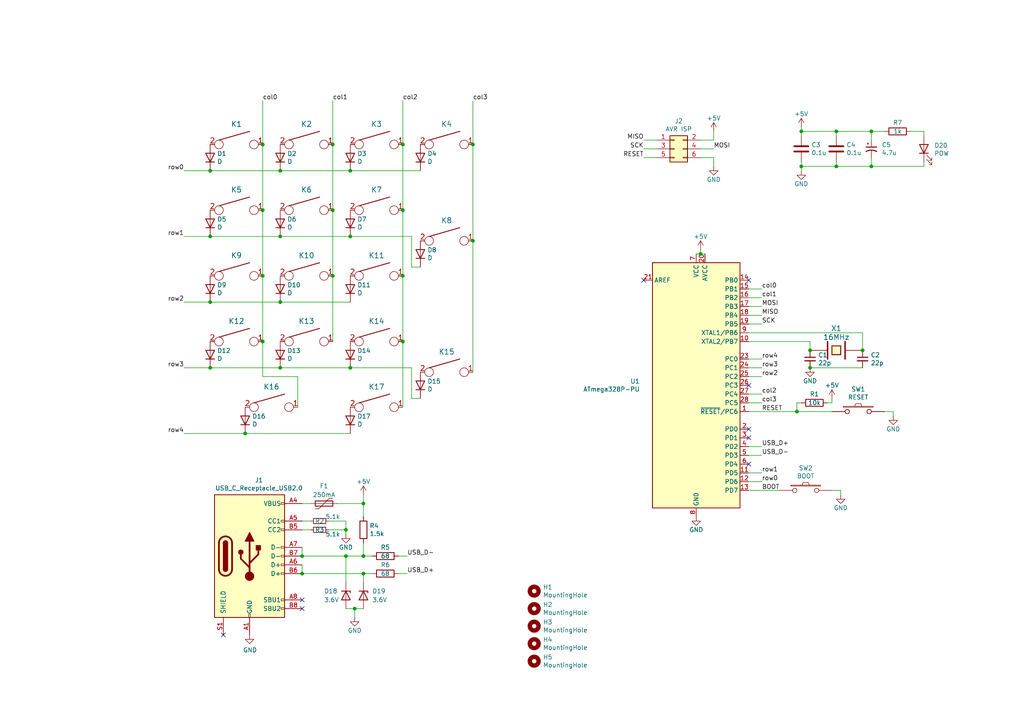
<source format=kicad_sch>
(kicad_sch (version 20211123) (generator eeschema)
  (paper "A4")
  (title_block (title "RYCpad Through-Hole Mechanical Numpad"))
  (lib_symbols
    (symbol "Connector:USB_C_Receptacle_USB2.0" (pin_names (offset 1.016))
      (property "Reference" "J" (at -10.16 19.05 0))
      (property "Value" "USB_C_Receptacle_USB2.0" (at 19.05 19.05 0))
      (symbol "USB_C_Receptacle_USB2.0_0_0"
        (rectangle (start -0.254 -17.78) (end 0.254 -16.764))
        (rectangle (start 10.16 -14.986) (end 9.144 -15.494))
        (rectangle (start 10.16 -12.446) (end 9.144 -12.954))
        (rectangle (start 10.16 -4.826) (end 9.144 -5.334))
        (rectangle (start 10.16 -2.286) (end 9.144 -2.794))
        (rectangle (start 10.16 0.254) (end 9.144 -0.254))
        (rectangle (start 10.16 2.794) (end 9.144 2.286))
        (rectangle (start 10.16 7.874) (end 9.144 7.366))
        (rectangle (start 10.16 10.414) (end 9.144 9.906))
        (rectangle (start 10.16 15.494) (end 9.144 14.986))
      )
      (symbol "USB_C_Receptacle_USB2.0_0_1"
        (rectangle (start -10.16 17.78) (end 10.16 -17.78) (stroke (width 0.254)) (fill (type background)))
        (arc (start -8.89 -3.81) (mid -6.985 -5.715) (end -5.08 -3.81) (stroke (width 0.508)))
        (arc (start -7.62 -3.81) (mid -6.985 -4.445) (end -6.35 -3.81) (stroke (width 0.254)))
        (arc (start -7.62 -3.81) (mid -6.985 -4.445) (end -6.35 -3.81) (stroke (width 0.254)) (fill (type outline)))
        (rectangle (start -7.62 -3.81) (end -6.35 3.81) (stroke (width 0.254)) (fill (type outline)))
        (arc (start -6.35 3.81) (mid -6.985 4.445) (end -7.62 3.81) (stroke (width 0.254)))
        (arc (start -6.35 3.81) (mid -6.985 4.445) (end -7.62 3.81) (stroke (width 0.254)) (fill (type outline)))
        (arc (start -5.08 3.81) (mid -6.985 5.715) (end -8.89 3.81) (stroke (width 0.508)))
        (circle (center -2.54 1.143) (radius 0.635) (stroke (width 0.254)) (fill (type outline)))
        (circle (center 0 -5.842) (radius 1.27) (fill (type outline)))
        (polyline (pts (xy -8.89 -3.81) (xy -8.89 3.81)) (stroke (width 0.508)))
        (polyline (pts (xy -5.08 3.81) (xy -5.08 -3.81)) (stroke (width 0.508)))
        (polyline (pts (xy 0 -5.842) (xy 0 4.318)) (stroke (width 0.508)))
        (polyline (pts (xy 0 -3.302) (xy -2.54 -0.762) (xy -2.54 0.508)) (stroke (width 0.508)))
        (polyline (pts (xy 0 -2.032) (xy 2.54 0.508) (xy 2.54 1.778)) (stroke (width 0.508)))
        (polyline (pts (xy -1.27 4.318) (xy 0 6.858) (xy 1.27 4.318) (xy -1.27 4.318)) (stroke (width 0.254)) (fill (type outline)))
        (rectangle (start 1.905 1.778) (end 3.175 3.048) (stroke (width 0.254)) (fill (type outline)))
      )
      (symbol "USB_C_Receptacle_USB2.0_1_1"
        (pin passive line (at 0 -22.86 90) (length 5.08) (name "GND") (number "A1"))
        (pin passive line (at 0 -22.86 90) (length 5.08) hide (name "GND") (number "A12"))
        (pin passive line (at 15.24 15.24 180) (length 5.08) (name "VBUS") (number "A4"))
        (pin bidirectional line (at 15.24 10.16 180) (length 5.08) (name "CC1") (number "A5"))
        (pin bidirectional line (at 15.24 -2.54 180) (length 5.08) (name "D+") (number "A6"))
        (pin bidirectional line (at 15.24 2.54 180) (length 5.08) (name "D-") (number "A7"))
        (pin bidirectional line (at 15.24 -12.7 180) (length 5.08) (name "SBU1") (number "A8"))
        (pin passive line (at 15.24 15.24 180) (length 5.08) hide (name "VBUS") (number "A9"))
        (pin passive line (at 0 -22.86 90) (length 5.08) hide (name "GND") (number "B1"))
        (pin passive line (at 0 -22.86 90) (length 5.08) hide (name "GND") (number "B12"))
        (pin passive line (at 15.24 15.24 180) (length 5.08) hide (name "VBUS") (number "B4"))
        (pin bidirectional line (at 15.24 7.62 180) (length 5.08) (name "CC2") (number "B5"))
        (pin bidirectional line (at 15.24 -5.08 180) (length 5.08) (name "D+") (number "B6"))
        (pin bidirectional line (at 15.24 0 180) (length 5.08) (name "D-") (number "B7"))
        (pin bidirectional line (at 15.24 -15.24 180) (length 5.08) (name "SBU2") (number "B8"))
        (pin passive line (at 15.24 15.24 180) (length 5.08) hide (name "VBUS") (number "B9"))
        (pin passive line (at -7.62 -22.86 90) (length 5.08) (name "SHIELD") (number "S1"))
      )
    )
    (symbol "Connector_Generic:Conn_02x03_Odd_Even" (pin_names (offset 1.016) hide)
      (property "Reference" "J" (at 1.27 5.08 0))
      (property "Value" "Conn_02x03_Odd_Even" (at 1.27 -5.08 0))
      (symbol "Conn_02x03_Odd_Even_1_1"
        (rectangle (start -1.27 -2.413) (end 0 -2.667) (stroke (width 0.1524)))
        (rectangle (start -1.27 0.127) (end 0 -0.127) (stroke (width 0.1524)))
        (rectangle (start -1.27 2.667) (end 0 2.413) (stroke (width 0.1524)))
        (rectangle (start -1.27 3.81) (end 3.81 -3.81) (stroke (width 0.254)) (fill (type background)))
        (rectangle (start 3.81 -2.413) (end 2.54 -2.667) (stroke (width 0.1524)))
        (rectangle (start 3.81 0.127) (end 2.54 -0.127) (stroke (width 0.1524)))
        (rectangle (start 3.81 2.667) (end 2.54 2.413) (stroke (width 0.1524)))
        (pin passive line (at -5.08 2.54 0) (length 3.81) (name "Pin_1") (number "1"))
        (pin passive line (at 7.62 2.54 180) (length 3.81) (name "Pin_2") (number "2"))
        (pin passive line (at -5.08 0 0) (length 3.81) (name "Pin_3") (number "3"))
        (pin passive line (at 7.62 0 180) (length 3.81) (name "Pin_4") (number "4"))
        (pin passive line (at -5.08 -2.54 0) (length 3.81) (name "Pin_5") (number "5"))
        (pin passive line (at 7.62 -2.54 180) (length 3.81) (name "Pin_6") (number "6"))
      )
    )
    (symbol "Device:C" (pin_numbers hide) (pin_names (offset 0.254))
      (property "Reference" "C" (at 0.635 2.54 0))
      (property "Value" "C" (at 0.635 -2.54 0))
      (symbol "C_0_1"
        (polyline (pts (xy -2.032 -0.762) (xy 2.032 -0.762)) (stroke (width 0.508)))
        (polyline (pts (xy -2.032 0.762) (xy 2.032 0.762)) (stroke (width 0.508)))
      )
      (symbol "C_1_1"
        (pin passive line (at 0 3.81 270) (length 2.794) (name "~") (number "1"))
        (pin passive line (at 0 -3.81 90) (length 2.794) (name "~") (number "2"))
      )
    )
    (symbol "Device:C_Polarized_Small_US" (pin_numbers hide) (pin_names (offset 0.254) hide)
      (property "Reference" "C" (at 0.254 1.778 0))
      (property "Value" "C_Polarized_Small_US" (at 0.254 -2.032 0))
      (symbol "C_Polarized_Small_US_0_1"
        (polyline (pts (xy -1.524 0.508) (xy 1.524 0.508)) (stroke (width 0.3048)))
        (polyline (pts (xy -1.27 1.524) (xy -0.762 1.524)))
        (polyline (pts (xy -1.016 1.27) (xy -1.016 1.778)))
        (arc (start 1.524 -0.762) (mid 0 -0.3734) (end -1.524 -0.762) (stroke (width 0.3048)))
      )
      (symbol "C_Polarized_Small_US_1_1"
        (pin passive line (at 0 2.54 270) (length 2.032) (name "~") (number "1"))
        (pin passive line (at 0 -2.54 90) (length 2.032) (name "~") (number "2"))
      )
    )
    (symbol "Device:C_Small" (pin_numbers hide) (pin_names (offset 0.254) hide)
      (property "Reference" "C" (at 0.254 1.778 0))
      (property "Value" "C_Small" (at 0.254 -2.032 0))
      (symbol "C_Small_0_1"
        (polyline (pts (xy -1.524 -0.508) (xy 1.524 -0.508)) (stroke (width 0.3302)))
        (polyline (pts (xy -1.524 0.508) (xy 1.524 0.508)) (stroke (width 0.3048)))
      )
      (symbol "C_Small_1_1"
        (pin passive line (at 0 2.54 270) (length 2.032) (name "~") (number "1"))
        (pin passive line (at 0 -2.54 90) (length 2.032) (name "~") (number "2"))
      )
    )
    (symbol "Device:D" (pin_numbers hide) (pin_names (offset 1.016) hide)
      (property "Reference" "D" (at 0 2.54 0))
      (property "Value" "D" (at 0 -2.54 0))
      (symbol "D_0_1"
        (polyline (pts (xy -1.27 1.27) (xy -1.27 -1.27)) (stroke (width 0.254)))
        (polyline (pts (xy 1.27 0) (xy -1.27 0)))
        (polyline (pts (xy 1.27 1.27) (xy 1.27 -1.27) (xy -1.27 0) (xy 1.27 1.27)) (stroke (width 0.254)))
      )
      (symbol "D_1_1"
        (pin passive line (at -3.81 0 0) (length 2.54) (name "K") (number "1"))
        (pin passive line (at 3.81 0 180) (length 2.54) (name "A") (number "2"))
      )
    )
    (symbol "Device:D_Zener" (pin_numbers hide) (pin_names (offset 1.016) hide)
      (property "Reference" "D" (at 0 2.54 0))
      (property "Value" "D_Zener" (at 0 -2.54 0))
      (symbol "D_Zener_0_1"
        (polyline (pts (xy 1.27 0) (xy -1.27 0)))
        (polyline (pts (xy -1.27 -1.27) (xy -1.27 1.27) (xy -0.762 1.27)) (stroke (width 0.254)))
        (polyline (pts (xy 1.27 -1.27) (xy 1.27 1.27) (xy -1.27 0) (xy 1.27 -1.27)) (stroke (width 0.254)))
      )
      (symbol "D_Zener_1_1"
        (pin passive line (at -3.81 0 0) (length 2.54) (name "K") (number "1"))
        (pin passive line (at 3.81 0 180) (length 2.54) (name "A") (number "2"))
      )
    )
    (symbol "Device:LED" (pin_numbers hide) (pin_names (offset 1.016) hide)
      (property "Reference" "D" (at 0 2.54 0))
      (property "Value" "LED" (at 0 -2.54 0))
      (symbol "LED_0_1"
        (polyline (pts (xy -1.27 -1.27) (xy -1.27 1.27)) (stroke (width 0.254)))
        (polyline (pts (xy -1.27 0) (xy 1.27 0)))
        (polyline (pts (xy 1.27 -1.27) (xy 1.27 1.27) (xy -1.27 0) (xy 1.27 -1.27)) (stroke (width 0.254)))
        (polyline (pts (xy -3.048 -0.762) (xy -4.572 -2.286) (xy -3.81 -2.286) (xy -4.572 -2.286) (xy -4.572 -1.524)))
        (polyline (pts (xy -1.778 -0.762) (xy -3.302 -2.286) (xy -2.54 -2.286) (xy -3.302 -2.286) (xy -3.302 -1.524)))
      )
      (symbol "LED_1_1"
        (pin passive line (at -3.81 0 0) (length 2.54) (name "K") (number "1"))
        (pin passive line (at 3.81 0 180) (length 2.54) (name "A") (number "2"))
      )
    )
    (symbol "Device:Polyfuse" (pin_numbers hide) (pin_names (offset 0))
      (property "Reference" "F" (at -2.54 0 90))
      (property "Value" "Polyfuse" (at 2.54 0 90))
      (symbol "Polyfuse_0_1"
        (rectangle (start -0.762 2.54) (end 0.762 -2.54) (stroke (width 0.254)))
        (polyline (pts (xy 0 2.54) (xy 0 -2.54)))
        (polyline (pts (xy -1.524 2.54) (xy -1.524 1.524) (xy 1.524 -1.524) (xy 1.524 -2.54)))
      )
      (symbol "Polyfuse_1_1"
        (pin passive line (at 0 3.81 270) (length 1.27) (name "~") (number "1"))
        (pin passive line (at 0 -3.81 90) (length 1.27) (name "~") (number "2"))
      )
    )
    (symbol "Device:R" (pin_numbers hide) (pin_names (offset 0))
      (property "Reference" "R" (at 2.032 0 90))
      (property "Value" "R" (at 0 0 90))
      (symbol "R_0_1"
        (rectangle (start -1.016 -2.54) (end 1.016 2.54) (stroke (width 0.254)))
      )
      (symbol "R_1_1"
        (pin passive line (at 0 3.81 270) (length 1.27) (name "~") (number "1"))
        (pin passive line (at 0 -3.81 90) (length 1.27) (name "~") (number "2"))
      )
    )
    (symbol "Device:R_Small" (pin_numbers hide) (pin_names (offset 0.254) hide)
      (property "Reference" "R" (at 0.762 0.508 0))
      (property "Value" "R_Small" (at 0.762 -1.016 0))
      (symbol "R_Small_0_1"
        (rectangle (start -0.762 1.778) (end 0.762 -1.778) (stroke (width 0.2032)))
      )
      (symbol "R_Small_1_1"
        (pin passive line (at 0 2.54 270) (length 0.762) (name "~") (number "1"))
        (pin passive line (at 0 -2.54 90) (length 0.762) (name "~") (number "2"))
      )
    )
    (symbol "MCU_Microchip_ATmega:ATmega328P-P"
      (property "Reference" "U" (at -12.7 36.83 0))
      (property "Value" "ATmega328P-P" (at 2.54 -36.83 0))
      (symbol "ATmega328P-P_0_1"
        (rectangle (start -12.7 -35.56) (end 12.7 35.56) (stroke (width 0.254)) (fill (type background)))
      )
      (symbol "ATmega328P-P_1_1"
        (pin bidirectional line (at 15.24 -7.62 180) (length 2.54) (name "~{RESET}/PC6") (number "1"))
        (pin bidirectional line (at 15.24 12.7 180) (length 2.54) (name "XTAL2/PB7") (number "10"))
        (pin bidirectional line (at 15.24 -25.4 180) (length 2.54) (name "PD5") (number "11"))
        (pin bidirectional line (at 15.24 -27.94 180) (length 2.54) (name "PD6") (number "12"))
        (pin bidirectional line (at 15.24 -30.48 180) (length 2.54) (name "PD7") (number "13"))
        (pin bidirectional line (at 15.24 30.48 180) (length 2.54) (name "PB0") (number "14"))
        (pin bidirectional line (at 15.24 27.94 180) (length 2.54) (name "PB1") (number "15"))
        (pin bidirectional line (at 15.24 25.4 180) (length 2.54) (name "PB2") (number "16"))
        (pin bidirectional line (at 15.24 22.86 180) (length 2.54) (name "PB3") (number "17"))
        (pin bidirectional line (at 15.24 20.32 180) (length 2.54) (name "PB4") (number "18"))
        (pin bidirectional line (at 15.24 17.78 180) (length 2.54) (name "PB5") (number "19"))
        (pin bidirectional line (at 15.24 -12.7 180) (length 2.54) (name "PD0") (number "2"))
        (pin power_in line (at 2.54 38.1 270) (length 2.54) (name "AVCC") (number "20"))
        (pin passive line (at -15.24 30.48 0) (length 2.54) (name "AREF") (number "21"))
        (pin passive line (at 0 -38.1 90) (length 2.54) hide (name "GND") (number "22"))
        (pin bidirectional line (at 15.24 7.62 180) (length 2.54) (name "PC0") (number "23"))
        (pin bidirectional line (at 15.24 5.08 180) (length 2.54) (name "PC1") (number "24"))
        (pin bidirectional line (at 15.24 2.54 180) (length 2.54) (name "PC2") (number "25"))
        (pin bidirectional line (at 15.24 0 180) (length 2.54) (name "PC3") (number "26"))
        (pin bidirectional line (at 15.24 -2.54 180) (length 2.54) (name "PC4") (number "27"))
        (pin bidirectional line (at 15.24 -5.08 180) (length 2.54) (name "PC5") (number "28"))
        (pin bidirectional line (at 15.24 -15.24 180) (length 2.54) (name "PD1") (number "3"))
        (pin bidirectional line (at 15.24 -17.78 180) (length 2.54) (name "PD2") (number "4"))
        (pin bidirectional line (at 15.24 -20.32 180) (length 2.54) (name "PD3") (number "5"))
        (pin bidirectional line (at 15.24 -22.86 180) (length 2.54) (name "PD4") (number "6"))
        (pin power_in line (at 0 38.1 270) (length 2.54) (name "VCC") (number "7"))
        (pin power_in line (at 0 -38.1 90) (length 2.54) (name "GND") (number "8"))
        (pin bidirectional line (at 15.24 15.24 180) (length 2.54) (name "XTAL1/PB6") (number "9"))
      )
    )
    (symbol "Mechanical:MountingHole" (pin_names (offset 1.016))
      (property "Reference" "H" (at 0 5.08 0))
      (property "Value" "MountingHole" (at 0 3.175 0))
      (symbol "MountingHole_0_1"
        (circle (center 0 0) (radius 1.27) (stroke (width 1.27)))
      )
    )
    (symbol "keyboard_parts:KEYSW" (pin_names (offset 1.016))
      (property "Reference" "K?" (at -1.27 0 0))
      (symbol "KEYSW_0_1"
        (circle (center -5.08 0) (radius 1.27))
        (polyline (pts (xy -5.08 1.27) (xy 3.81 3.81)) (stroke (width 0.254)))
        (circle (center 5.08 0) (radius 1.27))
      )
      (symbol "KEYSW_1_1"
        (pin passive line (at 7.62 0 180) (length 1.27) (name "~") (number "1"))
        (pin passive line (at -7.62 0 0) (length 1.27) (name "~") (number "2"))
      )
    )
    (symbol "keyboard_parts:SW_PUSH" (pin_numbers hide) (pin_names (offset 1.016) hide)
      (property "Reference" "SW" (at 3.81 2.794 0))
      (property "Value" "SW_PUSH" (at 0 -2.032 0))
      (symbol "SW_PUSH_0_1"
        (rectangle (start -4.318 1.27) (end 4.318 1.524))
        (polyline (pts (xy -1.016 1.524) (xy -0.762 2.286) (xy 0.762 2.286) (xy 1.016 1.524)))
        (pin passive inverted (at -7.62 0 0) (length 5.08) (name "1") (number "1"))
        (pin passive inverted (at 7.62 0 180) (length 5.08) (name "2") (number "2"))
      )
    )
    (symbol "keyboard_parts:XTAL" (pin_numbers hide) (pin_names (offset 1.016) hide)
      (property "Reference" "X" (at 0 3.81 0))
      (property "Value" "XTAL" (at 0 -3.81 0))
      (symbol "XTAL_0_1"
        (polyline (pts (xy -2.54 2.54) (xy -2.54 -2.54)) (stroke (width 0.4064)))
        (polyline (pts (xy 2.54 2.54) (xy 2.54 -2.54)) (stroke (width 0.4064)))
        (polyline (pts (xy -1.27 1.27) (xy 1.27 1.27) (xy 1.27 -1.27) (xy -1.27 -1.27) (xy -1.27 1.27)) (stroke (width 0.3048)) (fill (type background)))
      )
      (symbol "XTAL_1_1"
        (pin passive line (at -7.62 0 0) (length 5.08) (name "1") (number "1"))
        (pin passive line (at 7.62 0 180) (length 5.08) (name "2") (number "2"))
      )
    )
    (symbol "power:+5V" (power) (pin_names (offset 0))
      (property "Value" "+5V" (at 0 3.556 0))
      (symbol "+5V_0_1"
        (polyline (pts (xy -0.762 1.27) (xy 0 2.54)))
        (polyline (pts (xy 0 0) (xy 0 2.54)))
        (polyline (pts (xy 0 2.54) (xy 0.762 1.27)))
      )
      (symbol "+5V_1_1"
        (pin power_in line (at 0 0 90) (length 0) hide (name "+5V") (number "1"))
      )
    )
    (symbol "power:GND" (power) (pin_names (offset 0))
      (property "Value" "GND" (at 0 -3.81 0))
      (symbol "GND_0_1"
        (polyline (pts (xy 0 0) (xy 0 -1.27) (xy 1.27 -1.27) (xy 0 -2.54) (xy -1.27 -1.27) (xy 0 -1.27)))
      )
      (symbol "GND_1_1"
        (pin power_in line (at 0 0 270) (length 0) hide (name "GND") (number "1"))
      )
    )
  )
  (junction (at 60.96 49.53))
  (junction (at 81.28 106.68))
  (junction (at 101.6 68.58))
  (junction (at 60.96 106.68))
  (junction (at 203.2 73.66))
  (junction (at 252.73 38.1))
  (junction (at 242.57 48.26))
  (junction (at 76.2 99.06))
  (junction (at 105.41 161.29))
  (junction (at 252.73 48.26))
  (junction (at 76.2 80.01))
  (junction (at 100.33 161.29))
  (junction (at 101.6 106.68))
  (junction (at 60.96 87.63))
  (junction (at 96.52 80.01))
  (junction (at 76.2 41.91))
  (junction (at 87.63 161.29))
  (junction (at 137.16 69.85))
  (junction (at 231.14 119.38))
  (junction (at 60.96 68.58))
  (junction (at 137.16 41.91))
  (junction (at 232.41 48.26))
  (junction (at 81.28 87.63))
  (junction (at 234.95 101.6))
  (junction (at 116.84 60.96))
  (junction (at 96.52 60.96))
  (junction (at 116.84 99.06))
  (junction (at 100.33 153.67))
  (junction (at 71.12 125.73))
  (junction (at 242.57 38.1))
  (junction (at 116.84 80.01))
  (junction (at 234.95 106.68))
  (junction (at 250.19 101.6))
  (junction (at 87.63 166.37))
  (junction (at 102.87 176.53))
  (junction (at 105.41 166.37))
  (junction (at 116.84 41.91))
  (junction (at 96.52 41.91))
  (junction (at 232.41 38.1))
  (junction (at 101.6 49.53))
  (junction (at 81.28 49.53))
  (junction (at 105.41 146.05))
  (junction (at 81.28 68.58))
  (junction (at 76.2 60.96))
  (no_connect (at 64.77 184.15))
  (no_connect (at 217.17 127))
  (no_connect (at 217.17 124.46))
  (no_connect (at 87.63 176.53))
  (no_connect (at 217.17 111.76))
  (no_connect (at 87.63 173.99))
  (no_connect (at 186.69 81.28))
  (no_connect (at 217.17 134.62))
  (no_connect (at 217.17 81.28))
  (wire (pts (xy 100.33 161.29) (xy 105.41 161.29)))
  (wire (pts (xy 105.41 161.29) (xy 107.95 161.29)))
  (wire (pts (xy 101.6 68.58) (xy 119.38 68.58)))
  (wire (pts (xy 232.41 46.99) (xy 232.41 48.26)))
  (wire (pts (xy 259.08 119.38) (xy 259.08 120.65)))
  (wire (pts (xy 231.14 119.38) (xy 241.3 119.38)))
  (wire (pts (xy 232.41 116.84) (xy 231.14 116.84)))
  (wire (pts (xy 87.63 166.37) (xy 105.41 166.37)))
  (wire (pts (xy 102.87 176.53) (xy 102.87 179.07)))
  (wire (pts (xy 119.38 115.57) (xy 121.92 115.57)))
  (wire (pts (xy 234.95 106.68) (xy 250.19 106.68)))
  (wire (pts (xy 217.17 91.44) (xy 220.98 91.44)))
  (wire (pts (xy 241.3 142.24) (xy 243.84 142.24)))
  (wire (pts (xy 267.97 38.1) (xy 267.97 39.37)))
  (wire (pts (xy 101.6 49.53) (xy 81.28 49.53)))
  (wire (pts (xy 242.57 38.1) (xy 242.57 39.37)))
  (wire (pts (xy 60.96 68.58) (xy 81.28 68.58)))
  (wire (pts (xy 232.41 48.26) (xy 242.57 48.26)))
  (wire (pts (xy 256.54 119.38) (xy 259.08 119.38)))
  (wire (pts (xy 76.2 41.91) (xy 76.2 60.96)))
  (wire (pts (xy 203.2 73.66) (xy 204.47 73.66)))
  (wire (pts (xy 137.16 41.91) (xy 137.16 69.85)))
  (wire (pts (xy 96.52 80.01) (xy 96.52 99.06)))
  (wire (pts (xy 105.41 166.37) (xy 107.95 166.37)))
  (wire (pts (xy 116.84 99.06) (xy 116.84 118.11)))
  (wire (pts (xy 87.63 151.13) (xy 90.17 151.13)))
  (wire (pts (xy 76.2 80.01) (xy 76.2 99.06)))
  (wire (pts (xy 53.34 68.58) (xy 60.96 68.58)))
  (wire (pts (xy 242.57 38.1) (xy 252.73 38.1)))
  (wire (pts (xy 116.84 29.21) (xy 116.84 41.91)))
  (wire (pts (xy 105.41 168.91) (xy 105.41 166.37)))
  (wire (pts (xy 101.6 106.68) (xy 119.38 106.68)))
  (wire (pts (xy 217.17 96.52) (xy 250.19 96.52)))
  (wire (pts (xy 53.34 106.68) (xy 60.96 106.68)))
  (wire (pts (xy 220.98 86.36) (xy 217.17 86.36)))
  (wire (pts (xy 100.33 176.53) (xy 102.87 176.53)))
  (wire (pts (xy 137.16 29.21) (xy 137.16 41.91)))
  (wire (pts (xy 201.93 73.66) (xy 203.2 73.66)))
  (wire (pts (xy 190.5 40.64) (xy 186.69 40.64)))
  (wire (pts (xy 250.19 96.52) (xy 250.19 101.6)))
  (wire (pts (xy 203.2 40.64) (xy 207.01 40.64)))
  (wire (pts (xy 232.41 36.83) (xy 232.41 38.1)))
  (wire (pts (xy 53.34 87.63) (xy 60.96 87.63)))
  (wire (pts (xy 217.17 83.82) (xy 220.98 83.82)))
  (wire (pts (xy 207.01 45.72) (xy 207.01 48.26)))
  (wire (pts (xy 217.17 132.08) (xy 220.98 132.08)))
  (wire (pts (xy 234.95 99.06) (xy 234.95 101.6)))
  (wire (pts (xy 217.17 114.3) (xy 220.98 114.3)))
  (wire (pts (xy 60.96 106.68) (xy 81.28 106.68)))
  (wire (pts (xy 76.2 60.96) (xy 76.2 80.01)))
  (wire (pts (xy 105.41 146.05) (xy 105.41 143.51)))
  (wire (pts (xy 116.84 80.01) (xy 116.84 99.06)))
  (wire (pts (xy 217.17 99.06) (xy 234.95 99.06)))
  (wire (pts (xy 121.92 49.53) (xy 101.6 49.53)))
  (wire (pts (xy 242.57 46.99) (xy 242.57 48.26)))
  (wire (pts (xy 186.69 43.18) (xy 190.5 43.18)))
  (wire (pts (xy 252.73 38.1) (xy 256.54 38.1)))
  (wire (pts (xy 87.63 163.83) (xy 87.63 166.37)))
  (wire (pts (xy 87.63 158.75) (xy 87.63 161.29)))
  (wire (pts (xy 207.01 40.64) (xy 207.01 38.1)))
  (wire (pts (xy 102.87 176.53) (xy 105.41 176.53)))
  (wire (pts (xy 115.57 161.29) (xy 118.11 161.29)))
  (wire (pts (xy 217.17 119.38) (xy 231.14 119.38)))
  (wire (pts (xy 71.12 125.73) (xy 101.6 125.73)))
  (wire (pts (xy 217.17 116.84) (xy 220.98 116.84)))
  (wire (pts (xy 100.33 168.91) (xy 100.33 161.29)))
  (wire (pts (xy 60.96 87.63) (xy 81.28 87.63)))
  (wire (pts (xy 81.28 106.68) (xy 101.6 106.68)))
  (wire (pts (xy 95.25 151.13) (xy 100.33 151.13)))
  (wire (pts (xy 116.84 60.96) (xy 116.84 80.01)))
  (wire (pts (xy 217.17 129.54) (xy 220.98 129.54)))
  (wire (pts (xy 217.17 142.24) (xy 226.06 142.24)))
  (wire (pts (xy 190.5 45.72) (xy 186.69 45.72)))
  (wire (pts (xy 86.36 109.22) (xy 86.36 118.11)))
  (wire (pts (xy 203.2 45.72) (xy 207.01 45.72)))
  (wire (pts (xy 81.28 87.63) (xy 101.6 87.63)))
  (wire (pts (xy 119.38 77.47) (xy 121.92 77.47)))
  (wire (pts (xy 217.17 88.9) (xy 220.98 88.9)))
  (wire (pts (xy 96.52 60.96) (xy 96.52 80.01)))
  (wire (pts (xy 203.2 43.18) (xy 207.01 43.18)))
  (wire (pts (xy 60.96 49.53) (xy 53.34 49.53)))
  (wire (pts (xy 76.2 109.22) (xy 86.36 109.22)))
  (wire (pts (xy 87.63 146.05) (xy 90.17 146.05)))
  (wire (pts (xy 76.2 29.21) (xy 76.2 41.91)))
  (wire (pts (xy 217.17 109.22) (xy 220.98 109.22)))
  (wire (pts (xy 242.57 48.26) (xy 252.73 48.26)))
  (wire (pts (xy 217.17 137.16) (xy 220.98 137.16)))
  (wire (pts (xy 100.33 153.67) (xy 95.25 153.67)))
  (wire (pts (xy 96.52 41.91) (xy 96.52 60.96)))
  (wire (pts (xy 81.28 49.53) (xy 60.96 49.53)))
  (wire (pts (xy 100.33 151.13) (xy 100.33 153.67)))
  (wire (pts (xy 115.57 166.37) (xy 118.11 166.37)))
  (wire (pts (xy 267.97 48.26) (xy 252.73 48.26)))
  (wire (pts (xy 217.17 106.68) (xy 220.98 106.68)))
  (wire (pts (xy 116.84 41.91) (xy 116.84 60.96)))
  (wire (pts (xy 252.73 38.1) (xy 252.73 40.64)))
  (wire (pts (xy 100.33 154.94) (xy 100.33 153.67)))
  (wire (pts (xy 243.84 142.24) (xy 243.84 143.51)))
  (wire (pts (xy 231.14 116.84) (xy 231.14 119.38)))
  (wire (pts (xy 252.73 45.72) (xy 252.73 48.26)))
  (wire (pts (xy 267.97 46.99) (xy 267.97 48.26)))
  (wire (pts (xy 232.41 48.26) (xy 232.41 49.53)))
  (wire (pts (xy 119.38 106.68) (xy 119.38 115.57)))
  (wire (pts (xy 217.17 104.14) (xy 220.98 104.14)))
  (wire (pts (xy 203.2 72.39) (xy 203.2 73.66)))
  (wire (pts (xy 96.52 29.21) (xy 96.52 41.91)))
  (wire (pts (xy 217.17 139.7) (xy 220.98 139.7)))
  (wire (pts (xy 105.41 157.48) (xy 105.41 161.29)))
  (wire (pts (xy 81.28 68.58) (xy 101.6 68.58)))
  (wire (pts (xy 105.41 146.05) (xy 105.41 149.86)))
  (wire (pts (xy 264.16 38.1) (xy 267.97 38.1)))
  (wire (pts (xy 87.63 161.29) (xy 100.33 161.29)))
  (wire (pts (xy 97.79 146.05) (xy 105.41 146.05)))
  (wire (pts (xy 76.2 99.06) (xy 76.2 109.22)))
  (wire (pts (xy 232.41 38.1) (xy 232.41 39.37)))
  (wire (pts (xy 240.03 116.84) (xy 241.3 116.84)))
  (wire (pts (xy 119.38 68.58) (xy 119.38 77.47)))
  (wire (pts (xy 232.41 38.1) (xy 242.57 38.1)))
  (wire (pts (xy 217.17 93.98) (xy 220.98 93.98)))
  (wire (pts (xy 53.34 125.73) (xy 71.12 125.73)))
  (wire (pts (xy 137.16 69.85) (xy 137.16 107.95)))
  (wire (pts (xy 90.17 153.67) (xy 87.63 153.67)))
  (wire (pts (xy 241.3 116.84) (xy 241.3 115.57)))
  (label "SCK" (at 220.98 93.98 0))
  (label "row2" (at 220.98 109.22 0))
  (label "col2" (at 220.98 114.3 0))
  (label "col2" (at 116.84 29.21 0))
  (label "row4" (at 53.34 125.73 180))
  (label "row1" (at 220.98 137.16 0))
  (label "row3" (at 53.34 106.68 180))
  (label "MISO" (at 186.69 40.64 180))
  (label "row0" (at 220.98 139.7 0))
  (label "col0" (at 220.98 83.82 0))
  (label "RESET" (at 220.98 119.38 0))
  (label "col1" (at 96.52 29.21 0))
  (label "MISO" (at 220.98 91.44 0))
  (label "MOSI" (at 220.98 88.9 0))
  (label "USB_D-" (at 118.11 161.29 0))
  (label "row4" (at 220.98 104.14 0))
  (label "row2" (at 53.34 87.63 180))
  (label "USB_D-" (at 220.98 132.08 0))
  (label "row0" (at 53.34 49.53 180))
  (label "BOOT" (at 220.98 142.24 0))
  (label "row1" (at 53.34 68.58 180))
  (label "row3" (at 220.98 106.68 0))
  (label "SCK" (at 186.69 43.18 180))
  (label "col1" (at 220.98 86.36 0))
  (label "col3" (at 137.16 29.21 0))
  (label "MOSI" (at 207.01 43.18 0))
  (label "USB_D+" (at 118.11 166.37 0))
  (label "USB_D+" (at 220.98 129.54 0))
  (label "col3" (at 220.98 116.84 0))
  (label "col0" (at 76.2 29.21 0))
  (label "RESET" (at 186.69 45.72 180))
  (symbol (lib_id "MCU_Microchip_ATmega:ATmega328P-P") (at 201.93 111.76 0) (unit 1)
    (property "Reference" "U1" (at 185.5724 110.5916 0) (effects (justify right)))
    (property "Value" "ATmega328P-PU" (at 185.5724 112.903 0) (effects (justify right)))
    (property "Footprint" "Package_DIP:DIP-28_W7.62mm" (effects hide))
    (property "Datasheet" "http://ww1.microchip.com/downloads/en/DeviceDoc/ATmega328_P%20AVR%20MCU%20with%20picoPower%20Technology%20Data%20Sheet%2040001984A.pdf" (effects hide))
  )
  (symbol (lib_id "keyboard_parts:KEYSW") (at 68.58 41.91 0) (unit 1)
    (property "Reference" "K1" (at 68.58 35.9918 0) (effects (font (size 1.524 1.524))))
    (property "Value" "KEYSW" (effects hide))
    (property "Footprint" "personal:SW_MX_NoBorderSilk" (effects hide))
  )
  (symbol (lib_id "keyboard_parts:KEYSW") (at 88.9 41.91 0) (unit 1)
    (property "Reference" "K2" (at 88.9 35.9918 0) (effects (font (size 1.524 1.524))))
    (property "Value" "KEYSW" (effects hide))
    (property "Footprint" "personal:SW_MX_NoBorderSilk" (effects hide))
  )
  (symbol (lib_id "keyboard_parts:KEYSW") (at 109.22 41.91 0) (unit 1)
    (property "Reference" "K3" (at 109.22 35.9918 0) (effects (font (size 1.524 1.524))))
    (property "Value" "KEYSW" (effects hide))
    (property "Footprint" "personal:SW_MX_NoBorderSilk" (effects hide))
  )
  (symbol (lib_id "keyboard_parts:KEYSW") (at 129.54 41.91 0) (unit 1)
    (property "Reference" "K4" (at 129.54 35.9918 0) (effects (font (size 1.524 1.524))))
    (property "Value" "KEYSW" (effects hide))
    (property "Footprint" "personal:SW_MX_NoBorderSilk" (effects hide))
  )
  (symbol (lib_id "keyboard_parts:KEYSW") (at 68.58 60.96 0) (unit 1)
    (property "Reference" "K5" (at 68.58 55.0418 0) (effects (font (size 1.524 1.524))))
    (property "Value" "KEYSW" (effects hide))
    (property "Footprint" "personal:SW_MX_NoBorderSilk" (effects hide))
  )
  (symbol (lib_id "keyboard_parts:KEYSW") (at 88.9 60.96 0) (unit 1)
    (property "Reference" "K6" (at 88.9 55.0418 0) (effects (font (size 1.524 1.524))))
    (property "Value" "KEYSW" (effects hide))
    (property "Footprint" "personal:SW_MX_NoBorderSilk" (effects hide))
  )
  (symbol (lib_id "keyboard_parts:KEYSW") (at 109.22 60.96 0) (unit 1)
    (property "Reference" "K7" (at 109.22 55.0418 0) (effects (font (size 1.524 1.524))))
    (property "Value" "KEYSW" (effects hide))
    (property "Footprint" "personal:SW_MX_NoBorderSilk" (effects hide))
  )
  (symbol (lib_id "keyboard_parts:KEYSW") (at 129.54 69.85 0) (unit 1)
    (property "Reference" "K8" (at 129.54 63.9318 0) (effects (font (size 1.524 1.524))))
    (property "Value" "KEYSW" (effects hide))
    (property "Footprint" "personal:SW_MX_NoBorderSilk" (effects hide))
  )
  (symbol (lib_id "keyboard_parts:KEYSW") (at 68.58 80.01 0) (unit 1)
    (property "Reference" "K9" (at 68.58 74.0918 0) (effects (font (size 1.524 1.524))))
    (property "Value" "KEYSW" (effects hide))
    (property "Footprint" "personal:SW_MX_NoBorderSilk" (effects hide))
  )
  (symbol (lib_id "keyboard_parts:KEYSW") (at 88.9 80.01 0) (unit 1)
    (property "Reference" "K10" (at 88.9 74.0918 0) (effects (font (size 1.524 1.524))))
    (property "Value" "KEYSW" (effects hide))
    (property "Footprint" "personal:SW_MX_NoBorderSilk" (effects hide))
  )
  (symbol (lib_id "keyboard_parts:KEYSW") (at 109.22 80.01 0) (unit 1)
    (property "Reference" "K11" (at 109.22 74.0918 0) (effects (font (size 1.524 1.524))))
    (property "Value" "KEYSW" (effects hide))
    (property "Footprint" "personal:SW_MX_NoBorderSilk" (effects hide))
  )
  (symbol (lib_id "keyboard_parts:KEYSW") (at 68.58 99.06 0) (unit 1)
    (property "Reference" "K12" (at 68.58 93.1418 0) (effects (font (size 1.524 1.524))))
    (property "Value" "KEYSW" (effects hide))
    (property "Footprint" "personal:SW_MX_NoBorderSilk" (effects hide))
  )
  (symbol (lib_id "keyboard_parts:KEYSW") (at 88.9 99.06 0) (unit 1)
    (property "Reference" "K13" (at 88.9 93.1418 0) (effects (font (size 1.524 1.524))))
    (property "Value" "KEYSW" (effects hide))
    (property "Footprint" "personal:SW_MX_NoBorderSilk" (effects hide))
  )
  (symbol (lib_id "keyboard_parts:KEYSW") (at 109.22 99.06 0) (unit 1)
    (property "Reference" "K14" (at 109.22 93.1418 0) (effects (font (size 1.524 1.524))))
    (property "Value" "KEYSW" (effects hide))
    (property "Footprint" "personal:SW_MX_NoBorderSilk" (effects hide))
  )
  (symbol (lib_id "keyboard_parts:KEYSW") (at 129.54 107.95 0) (unit 1)
    (property "Reference" "K15" (at 129.54 102.0318 0) (effects (font (size 1.524 1.524))))
    (property "Value" "KEYSW" (effects hide))
    (property "Footprint" "personal:SW_MX_NoBorderSilk" (effects hide))
  )
  (symbol (lib_id "keyboard_parts:KEYSW") (at 78.74 118.11 0) (unit 1)
    (property "Reference" "K16" (at 78.74 112.1918 0) (effects (font (size 1.524 1.524))))
    (property "Value" "KEYSW" (effects hide))
    (property "Footprint" "personal:SW_MX_NoBorderSilk" (effects hide))
  )
  (symbol (lib_id "keyboard_parts:KEYSW") (at 109.22 118.11 0) (unit 1)
    (property "Reference" "K17" (at 109.22 112.1918 0) (effects (font (size 1.524 1.524))))
    (property "Value" "KEYSW" (effects hide))
    (property "Footprint" "personal:SW_MX_NoBorderSilk" (effects hide))
  )
  (symbol (lib_id "Device:D") (at 60.96 45.72 90) (unit 1)
    (property "Reference" "D1" (at 62.992 44.5516 90) (effects (justify right)))
    (property "Value" "D" (at 62.992 46.863 90) (effects (justify right)))
    (property "Footprint" "personal:D_DO-35_SOD27_P5mm_Horizontal" (effects hide))
  )
  (symbol (lib_id "Device:D") (at 81.28 45.72 90) (unit 1)
    (property "Reference" "D2" (at 83.312 44.5516 90) (effects (justify right)))
    (property "Value" "D" (at 83.312 46.863 90) (effects (justify right)))
    (property "Footprint" "personal:D_DO-35_SOD27_P5mm_Horizontal" (effects hide))
  )
  (symbol (lib_id "Device:D") (at 101.6 45.72 90) (unit 1)
    (property "Reference" "D3" (at 103.632 44.5516 90) (effects (justify right)))
    (property "Value" "D" (at 103.632 46.863 90) (effects (justify right)))
    (property "Footprint" "personal:D_DO-35_SOD27_P5mm_Horizontal" (effects hide))
  )
  (symbol (lib_id "Device:D") (at 121.92 45.72 90) (unit 1)
    (property "Reference" "D4" (at 123.952 44.5516 90) (effects (justify right)))
    (property "Value" "D" (at 123.952 46.863 90) (effects (justify right)))
    (property "Footprint" "personal:D_DO-35_SOD27_P5mm_Horizontal" (effects hide))
  )
  (symbol (lib_id "Device:D") (at 60.96 64.77 90) (unit 1)
    (property "Reference" "D5" (at 62.992 63.6016 90) (effects (justify right)))
    (property "Value" "D" (at 62.992 65.913 90) (effects (justify right)))
    (property "Footprint" "personal:D_DO-35_SOD27_P5mm_Horizontal" (effects hide))
  )
  (symbol (lib_id "Device:D") (at 81.28 64.77 90) (unit 1)
    (property "Reference" "D6" (at 83.312 63.6016 90) (effects (justify right)))
    (property "Value" "D" (at 83.312 65.913 90) (effects (justify right)))
    (property "Footprint" "personal:D_DO-35_SOD27_P5mm_Horizontal" (effects hide))
  )
  (symbol (lib_id "Device:D") (at 101.6 64.77 90) (unit 1)
    (property "Reference" "D7" (at 103.632 63.6016 90) (effects (justify right)))
    (property "Value" "D" (at 103.632 65.913 90) (effects (justify right)))
    (property "Footprint" "personal:D_DO-35_SOD27_P5mm_Horizontal" (effects hide))
  )
  (symbol (lib_id "Device:D") (at 121.92 73.66 90) (unit 1)
    (property "Reference" "D8" (at 123.952 72.4916 90) (effects (justify right)))
    (property "Value" "D" (at 123.952 74.803 90) (effects (justify right)))
    (property "Footprint" "personal:D_DO-35_SOD27_P5mm_Horizontal" (effects hide))
  )
  (symbol (lib_id "Device:D") (at 60.96 83.82 90) (unit 1)
    (property "Reference" "D9" (at 62.992 82.6516 90) (effects (justify right)))
    (property "Value" "D" (at 62.992 84.963 90) (effects (justify right)))
    (property "Footprint" "personal:D_DO-35_SOD27_P5mm_Horizontal" (effects hide))
  )
  (symbol (lib_id "Device:D") (at 81.28 83.82 90) (unit 1)
    (property "Reference" "D10" (at 83.312 82.6516 90) (effects (justify right)))
    (property "Value" "D" (at 83.312 84.963 90) (effects (justify right)))
    (property "Footprint" "personal:D_DO-35_SOD27_P5mm_Horizontal" (effects hide))
  )
  (symbol (lib_id "Device:D") (at 101.6 83.82 90) (unit 1)
    (property "Reference" "D11" (at 103.632 82.6516 90) (effects (justify right)))
    (property "Value" "D" (at 103.632 84.963 90) (effects (justify right)))
    (property "Footprint" "personal:D_DO-35_SOD27_P5mm_Horizontal" (effects hide))
  )
  (symbol (lib_id "Mechanical:MountingHole") (at 154.94 181.61 0) (unit 1)
    (property "Reference" "H3" (at 157.48 180.4416 0) (effects (justify left)))
    (property "Value" "MountingHole" (at 157.48 182.753 0) (effects (justify left)))
    (property "Footprint" "MountingHole:MountingHole_2.2mm_M2_Pad" (effects hide))
  )
  (symbol (lib_id "Mechanical:MountingHole") (at 154.94 186.69 0) (unit 1)
    (property "Reference" "H4" (at 157.48 185.5216 0) (effects (justify left)))
    (property "Value" "MountingHole" (at 157.48 187.833 0) (effects (justify left)))
    (property "Footprint" "MountingHole:MountingHole_2.2mm_M2_Pad" (effects hide))
  )
  (symbol (lib_id "Mechanical:MountingHole") (at 154.94 191.77 0) (unit 1)
    (property "Reference" "H5" (at 157.48 190.6016 0) (effects (justify left)))
    (property "Value" "MountingHole" (at 157.48 192.913 0) (effects (justify left)))
    (property "Footprint" "MountingHole:MountingHole_2.2mm_M2_Pad" (effects hide))
  )
  (symbol (lib_id "Device:D") (at 60.96 102.87 90) (unit 1)
    (property "Reference" "D12" (at 62.992 101.7016 90) (effects (justify right)))
    (property "Value" "D" (at 62.992 104.013 90) (effects (justify right)))
    (property "Footprint" "personal:D_DO-35_SOD27_P5mm_Horizontal" (effects hide))
  )
  (symbol (lib_id "Device:D") (at 81.28 102.87 90) (unit 1)
    (property "Reference" "D13" (at 83.312 101.7016 90) (effects (justify right)))
    (property "Value" "D" (at 83.312 104.013 90) (effects (justify right)))
    (property "Footprint" "personal:D_DO-35_SOD27_P5mm_Horizontal" (effects hide))
  )
  (symbol (lib_id "Device:D") (at 101.6 102.87 90) (unit 1)
    (property "Reference" "D14" (at 103.632 101.7016 90) (effects (justify right)))
    (property "Value" "D" (at 103.632 104.013 90) (effects (justify right)))
    (property "Footprint" "personal:D_DO-35_SOD27_P5mm_Horizontal" (effects hide))
  )
  (symbol (lib_id "Device:D") (at 121.92 111.76 90) (unit 1)
    (property "Reference" "D15" (at 123.952 110.5916 90) (effects (justify right)))
    (property "Value" "D" (at 123.952 112.903 90) (effects (justify right)))
    (property "Footprint" "personal:D_DO-35_SOD27_P5mm_Horizontal" (effects hide))
  )
  (symbol (lib_id "Device:D") (at 71.12 121.92 90) (unit 1)
    (property "Reference" "D16" (at 73.152 120.7516 90) (effects (justify right)))
    (property "Value" "D" (at 73.152 123.063 90) (effects (justify right)))
    (property "Footprint" "personal:D_DO-35_SOD27_P5mm_Horizontal" (effects hide))
  )
  (symbol (lib_id "Device:D") (at 101.6 121.92 90) (unit 1)
    (property "Reference" "D17" (at 103.632 120.7516 90) (effects (justify right)))
    (property "Value" "D" (at 103.632 123.063 90) (effects (justify right)))
    (property "Footprint" "personal:D_DO-35_SOD27_P5mm_Horizontal" (effects hide))
  )
  (symbol (lib_id "power:+5V") (at 232.41 36.83 0) (unit 1)
    (property "Reference" "#PWR07" (effects hide))
    (property "Value" "+5V" (at 232.41 33.02 0))
  )
  (symbol (lib_id "Device:C") (at 232.41 43.18 0) (unit 1)
    (property "Reference" "C3" (at 235.331 42.0116 0) (effects (justify left)))
    (property "Value" "0.1u" (at 235.331 44.323 0) (effects (justify left)))
    (property "Footprint" "Capacitor_THT:C_Disc_D4.3mm_W1.9mm_P5.00mm" (effects hide))
  )
  (symbol (lib_id "Device:C_Polarized_Small_US") (at 252.73 43.18 0) (unit 1)
    (property "Reference" "C5" (at 255.7272 42.0116 0) (effects (justify left)))
    (property "Value" "4.7u" (at 255.7272 44.323 0) (effects (justify left)))
    (property "Footprint" "Capacitor_THT:CP_Radial_D4.0mm_P1.50mm" (effects hide))
  )
  (symbol (lib_id "Device:C") (at 242.57 43.18 0) (unit 1)
    (property "Reference" "C4" (at 245.491 42.0116 0) (effects (justify left)))
    (property "Value" "0.1u" (at 245.491 44.323 0) (effects (justify left)))
    (property "Footprint" "Capacitor_THT:C_Disc_D4.3mm_W1.9mm_P5.00mm" (effects hide))
  )
  (symbol (lib_id "power:GND") (at 232.41 49.53 0) (unit 1)
    (property "Reference" "#PWR09" (effects hide))
    (property "Value" "GND" (at 232.41 53.34 0))
  )
  (symbol (lib_id "Connector:USB_C_Receptacle_USB2.0") (at 72.39 161.29 0) (unit 1)
    (property "Reference" "J1" (at 75.1078 139.2682 0))
    (property "Value" "USB_C_Receptacle_USB2.0" (at 75.1078 141.5796 0))
    (property "Footprint" "Connector_USB:USB_C_Receptacle_GCT_USB4085" (effects hide))
    (property "Datasheet" "https://www.usb.org/sites/default/files/documents/usb_type-c.zip" (effects hide))
  )
  (symbol (lib_id "power:+5V") (at 105.41 143.51 0) (unit 1)
    (property "Reference" "#PWR06" (effects hide))
    (property "Value" "+5V" (at 105.41 139.7 0))
  )
  (symbol (lib_id "Device:R_Small") (at 92.71 151.13 270) (unit 1)
    (property "Reference" "R2" (at 92.71 151.13 90))
    (property "Value" "5.1k" (at 96.52 149.86 90))
    (property "Footprint" "Resistor_THT:R_Axial_DIN0204_L3.6mm_D1.6mm_P5.08mm_Horizontal" (effects hide))
  )
  (symbol (lib_id "Device:R_Small") (at 92.71 153.67 270) (unit 1)
    (property "Reference" "R3" (at 92.71 153.67 90))
    (property "Value" "5.1k" (at 96.52 154.94 90))
    (property "Footprint" "Resistor_THT:R_Axial_DIN0204_L3.6mm_D1.6mm_P5.08mm_Horizontal" (effects hide))
  )
  (symbol (lib_id "power:GND") (at 100.33 154.94 0) (unit 1)
    (property "Reference" "#PWR08" (effects hide))
    (property "Value" "GND" (at 100.33 158.75 0))
  )
  (symbol (lib_id "power:GND") (at 72.39 184.15 0) (unit 1)
    (property "Reference" "#PWR011" (effects hide))
    (property "Value" "GND" (at 72.517 188.5442 0))
  )
  (symbol (lib_id "Device:Polyfuse") (at 93.98 146.05 270) (unit 1)
    (property "Reference" "F1" (at 93.98 140.97 90))
    (property "Value" "250mA" (at 93.98 143.51 90))
    (property "Footprint" "Capacitor_THT:C_Disc_D5.0mm_W2.5mm_P5.00mm" (effects hide))
  )
  (symbol (lib_id "Device:LED") (at 267.97 43.18 90) (unit 1)
    (property "Reference" "D20" (at 270.9672 42.1894 90) (effects (justify right)))
    (property "Value" "POW" (at 270.9672 44.5008 90) (effects (justify right)))
    (property "Footprint" "LED_THT:LED_D3.0mm" (effects hide))
  )
  (symbol (lib_id "Device:R") (at 260.35 38.1 270) (unit 1)
    (property "Reference" "R7" (at 260.35 35.56 90))
    (property "Value" "1k" (at 260.35 38.1 90))
    (property "Footprint" "Resistor_THT:R_Axial_DIN0204_L3.6mm_D1.6mm_P5.08mm_Horizontal" (effects hide))
  )
  (symbol (lib_id "Device:R") (at 105.41 153.67 0) (unit 1)
    (property "Reference" "R4" (at 107.188 152.5016 0) (effects (justify left)))
    (property "Value" "1.5k" (at 107.188 154.813 0) (effects (justify left)))
    (property "Footprint" "Resistor_THT:R_Axial_DIN0204_L3.6mm_D1.6mm_P5.08mm_Horizontal" (effects hide))
  )
  (symbol (lib_id "Device:R") (at 111.76 161.29 270) (unit 1)
    (property "Reference" "R5" (at 111.76 158.75 90))
    (property "Value" "68" (at 111.76 161.29 90))
    (property "Footprint" "Resistor_THT:R_Axial_DIN0204_L3.6mm_D1.6mm_P5.08mm_Horizontal" (effects hide))
  )
  (symbol (lib_id "Device:R") (at 111.76 166.37 90) (unit 1)
    (property "Reference" "R6" (at 111.76 163.83 90))
    (property "Value" "68" (at 111.76 166.37 90))
    (property "Footprint" "Resistor_THT:R_Axial_DIN0204_L3.6mm_D1.6mm_P5.08mm_Horizontal" (effects hide))
  )
  (symbol (lib_id "Device:D_Zener") (at 105.41 172.72 270) (unit 1)
    (property "Reference" "D19" (at 107.95 171.45 90) (effects (justify left)))
    (property "Value" "3.6V" (at 107.95 173.99 90) (effects (justify left)))
    (property "Footprint" "personal:D_DO-35_SOD27_P5mm_Horizontal" (effects hide))
  )
  (symbol (lib_id "Device:D_Zener") (at 100.33 172.72 270) (unit 1)
    (property "Reference" "D18" (at 93.98 171.45 90) (effects (justify left)))
    (property "Value" "3.6V" (at 93.98 173.99 90) (effects (justify left)))
    (property "Footprint" "personal:D_DO-35_SOD27_P5mm_Horizontal" (effects hide))
  )
  (symbol (lib_id "power:+5V") (at 203.2 72.39 0) (unit 1)
    (property "Reference" "#PWR01" (effects hide))
    (property "Value" "+5V" (at 203.2 68.58 0))
  )
  (symbol (lib_id "power:GND") (at 102.87 179.07 0) (unit 1)
    (property "Reference" "#PWR010" (effects hide))
    (property "Value" "GND" (at 102.87 182.88 0))
  )
  (symbol (lib_id "keyboard_parts:XTAL") (at 242.57 101.6 0) (unit 1)
    (property "Reference" "X1" (at 242.57 95.25 0) (effects (font (size 1.524 1.524))))
    (property "Value" "16MHz" (at 242.57 97.79 0) (effects (font (size 1.524 1.524))))
    (property "Footprint" "Crystal:Crystal_HC49-U_Vertical" (effects hide))
  )
  (symbol (lib_id "Device:C_Small") (at 234.95 104.14 0) (unit 1)
    (property "Reference" "C1" (at 237.2868 102.9716 0) (effects (justify left)))
    (property "Value" "22p" (at 237.2868 105.283 0) (effects (justify left)))
    (property "Footprint" "Capacitor_THT:C_Disc_D3.0mm_W1.6mm_P2.50mm" (effects hide))
  )
  (symbol (lib_id "Device:C_Small") (at 250.19 104.14 0) (unit 1)
    (property "Reference" "C2" (at 252.5268 102.9716 0) (effects (justify left)))
    (property "Value" "22p" (at 252.5268 105.283 0) (effects (justify left)))
    (property "Footprint" "Capacitor_THT:C_Disc_D3.0mm_W1.6mm_P2.50mm" (effects hide))
  )
  (symbol (lib_id "power:GND") (at 234.95 106.68 0) (unit 1)
    (property "Reference" "#PWR02" (effects hide))
    (property "Value" "GND" (at 234.95 110.49 0))
  )
  (symbol (lib_id "power:GND") (at 201.93 149.86 0) (unit 1)
    (property "Reference" "#PWR05" (effects hide))
    (property "Value" "GND" (at 201.93 153.67 0))
  )
  (symbol (lib_id "keyboard_parts:SW_PUSH") (at 248.92 119.38 0) (unit 1)
    (property "Reference" "SW1" (at 248.92 112.903 0))
    (property "Value" "RESET" (at 248.92 115.2144 0))
    (property "Footprint" "Button_Switch_THT:SW_PUSH_6mm" (effects hide))
  )
  (symbol (lib_id "power:GND") (at 259.08 120.65 0) (unit 1)
    (property "Reference" "#PWR04" (effects hide))
    (property "Value" "GND" (at 259.08 124.46 0))
  )
  (symbol (lib_id "Device:R") (at 236.22 116.84 270) (unit 1)
    (property "Reference" "R1" (at 236.22 114.3 90))
    (property "Value" "10k" (at 236.22 116.84 90))
    (property "Footprint" "Resistor_THT:R_Axial_DIN0204_L3.6mm_D1.6mm_P5.08mm_Horizontal" (effects hide))
  )
  (symbol (lib_id "power:+5V") (at 241.3 115.57 0) (unit 1)
    (property "Reference" "#PWR03" (effects hide))
    (property "Value" "+5V" (at 241.3 111.76 0))
  )
  (symbol (lib_id "Connector_Generic:Conn_02x03_Odd_Even") (at 195.58 43.18 0) (unit 1)
    (property "Reference" "J2" (at 196.85 35.1282 0))
    (property "Value" "AVR ISP" (at 196.85 37.4396 0))
    (property "Footprint" "Connector_PinHeader_2.54mm:PinHeader_2x03_P2.54mm_Vertical" (effects hide))
  )
  (symbol (lib_id "power:+5V") (at 207.01 38.1 0) (unit 1)
    (property "Reference" "#PWR0101" (effects hide))
    (property "Value" "+5V" (at 207.01 34.29 0))
  )
  (symbol (lib_id "power:GND") (at 207.01 48.26 0) (unit 1)
    (property "Reference" "#PWR0102" (effects hide))
    (property "Value" "GND" (at 207.01 52.07 0))
  )
  (symbol (lib_id "Mechanical:MountingHole") (at 154.94 171.45 0) (unit 1)
    (property "Reference" "H1" (at 157.48 170.2816 0) (effects (justify left)))
    (property "Value" "MountingHole" (at 157.48 172.593 0) (effects (justify left)))
    (property "Footprint" "MountingHole:MountingHole_2.2mm_M2_Pad" (effects hide))
  )
  (symbol (lib_id "Mechanical:MountingHole") (at 154.94 176.53 0) (unit 1)
    (property "Reference" "H2" (at 157.48 175.3616 0) (effects (justify left)))
    (property "Value" "MountingHole" (at 157.48 177.673 0) (effects (justify left)))
    (property "Footprint" "MountingHole:MountingHole_2.2mm_M2_Pad" (effects hide))
  )
  (symbol (lib_id "keyboard_parts:SW_PUSH") (at 233.68 142.24 0) (unit 1)
    (property "Reference" "SW2" (at 233.68 135.763 0))
    (property "Value" "BOOT" (at 233.68 138.0744 0))
    (property "Footprint" "Button_Switch_THT:SW_PUSH_6mm" (effects hide))
  )
  (symbol (lib_id "power:GND") (at 243.84 143.51 0) (unit 1)
    (property "Reference" "#PWR0103" (effects hide))
    (property "Value" "GND" (at 243.84 147.32 0))
  )
)
</source>
